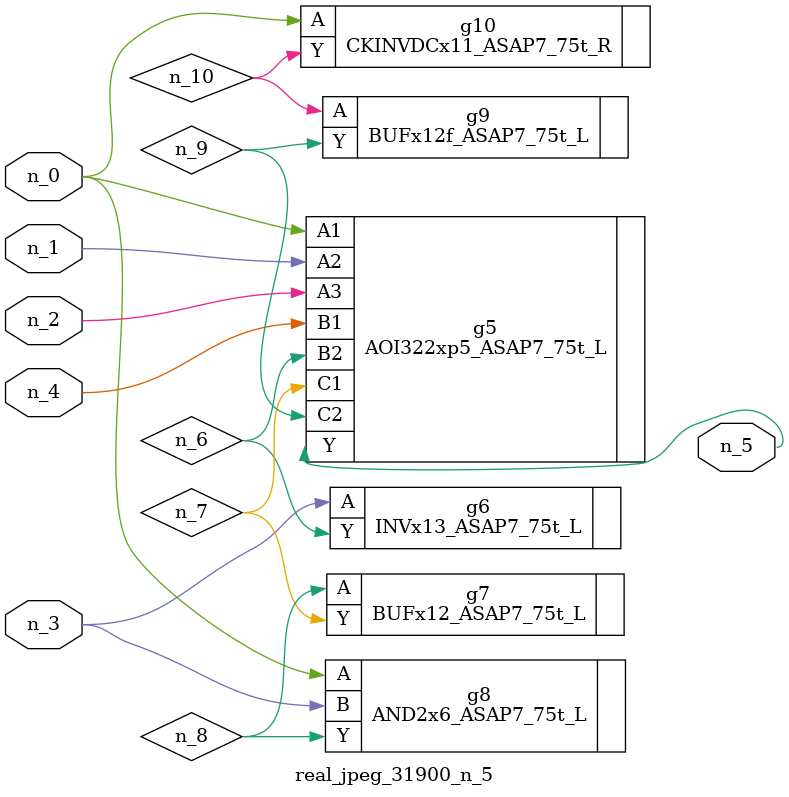
<source format=v>
module real_jpeg_31900_n_5 (n_4, n_0, n_1, n_2, n_3, n_5);

input n_4;
input n_0;
input n_1;
input n_2;
input n_3;

output n_5;

wire n_8;
wire n_6;
wire n_7;
wire n_10;
wire n_9;

AOI322xp5_ASAP7_75t_L g5 ( 
.A1(n_0),
.A2(n_1),
.A3(n_2),
.B1(n_4),
.B2(n_6),
.C1(n_7),
.C2(n_9),
.Y(n_5)
);

AND2x6_ASAP7_75t_L g8 ( 
.A(n_0),
.B(n_3),
.Y(n_8)
);

CKINVDCx11_ASAP7_75t_R g10 ( 
.A(n_0),
.Y(n_10)
);

INVx13_ASAP7_75t_L g6 ( 
.A(n_3),
.Y(n_6)
);

BUFx12_ASAP7_75t_L g7 ( 
.A(n_8),
.Y(n_7)
);

BUFx12f_ASAP7_75t_L g9 ( 
.A(n_10),
.Y(n_9)
);


endmodule
</source>
